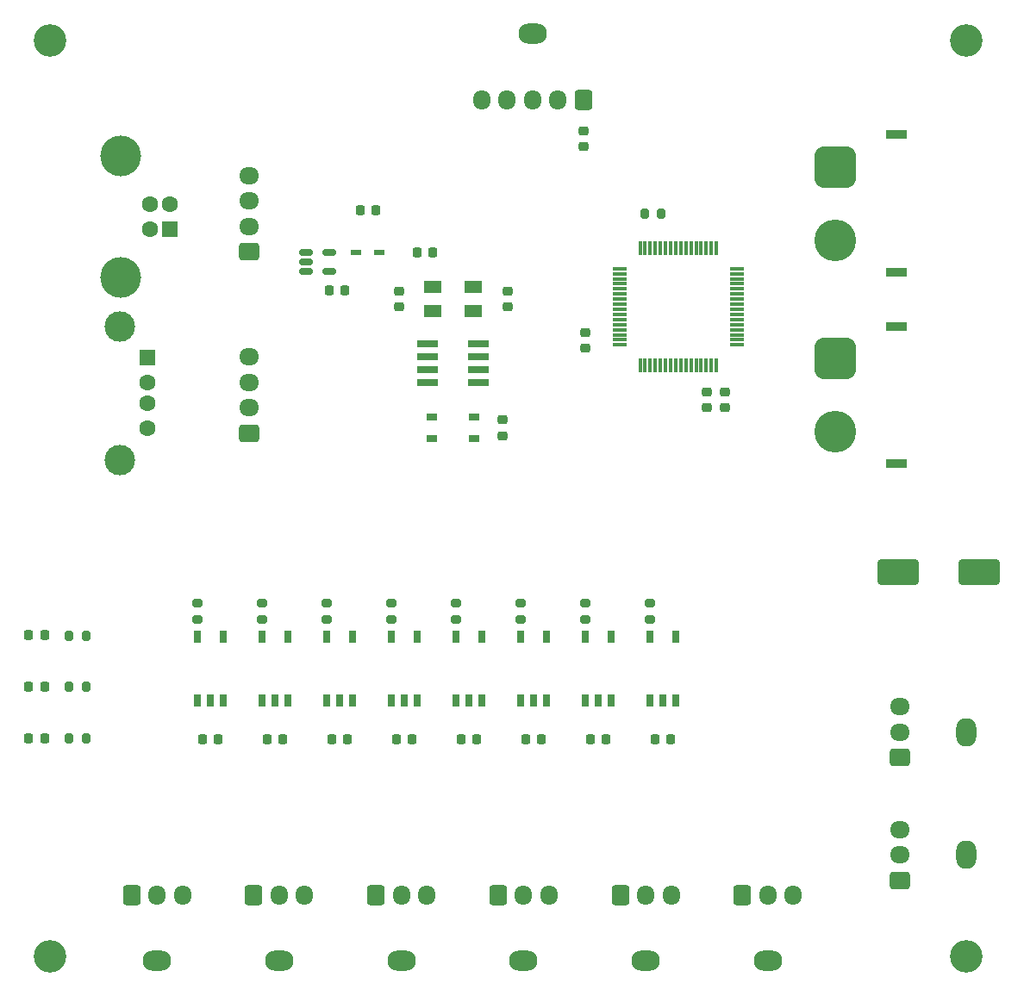
<source format=gts>
%TF.GenerationSoftware,KiCad,Pcbnew,7.0.7*%
%TF.CreationDate,2024-01-23T17:49:01+09:00*%
%TF.ProjectId,ALTAIR_SERVO_MODULE_V1,414c5441-4952-45f5-9345-52564f5f4d4f,rev?*%
%TF.SameCoordinates,Original*%
%TF.FileFunction,Soldermask,Top*%
%TF.FilePolarity,Negative*%
%FSLAX46Y46*%
G04 Gerber Fmt 4.6, Leading zero omitted, Abs format (unit mm)*
G04 Created by KiCad (PCBNEW 7.0.7) date 2024-01-23 17:49:01*
%MOMM*%
%LPD*%
G01*
G04 APERTURE LIST*
G04 Aperture macros list*
%AMRoundRect*
0 Rectangle with rounded corners*
0 $1 Rounding radius*
0 $2 $3 $4 $5 $6 $7 $8 $9 X,Y pos of 4 corners*
0 Add a 4 corners polygon primitive as box body*
4,1,4,$2,$3,$4,$5,$6,$7,$8,$9,$2,$3,0*
0 Add four circle primitives for the rounded corners*
1,1,$1+$1,$2,$3*
1,1,$1+$1,$4,$5*
1,1,$1+$1,$6,$7*
1,1,$1+$1,$8,$9*
0 Add four rect primitives between the rounded corners*
20,1,$1+$1,$2,$3,$4,$5,0*
20,1,$1+$1,$4,$5,$6,$7,0*
20,1,$1+$1,$6,$7,$8,$9,0*
20,1,$1+$1,$8,$9,$2,$3,0*%
G04 Aperture macros list end*
%ADD10RoundRect,0.225000X-0.225000X-0.250000X0.225000X-0.250000X0.225000X0.250000X-0.225000X0.250000X0*%
%ADD11R,1.085000X0.550000*%
%ADD12R,0.800000X1.200000*%
%ADD13RoundRect,0.225000X-0.250000X0.225000X-0.250000X-0.225000X0.250000X-0.225000X0.250000X0.225000X0*%
%ADD14RoundRect,0.218750X-0.218750X-0.256250X0.218750X-0.256250X0.218750X0.256250X-0.218750X0.256250X0*%
%ADD15R,1.800000X1.200000*%
%ADD16RoundRect,0.200000X-0.200000X-0.275000X0.200000X-0.275000X0.200000X0.275000X-0.200000X0.275000X0*%
%ADD17RoundRect,0.225000X0.250000X-0.225000X0.250000X0.225000X-0.250000X0.225000X-0.250000X-0.225000X0*%
%ADD18RoundRect,0.250000X1.750000X1.000000X-1.750000X1.000000X-1.750000X-1.000000X1.750000X-1.000000X0*%
%ADD19O,2.800000X2.000000*%
%ADD20RoundRect,0.250000X-0.600000X-0.725000X0.600000X-0.725000X0.600000X0.725000X-0.600000X0.725000X0*%
%ADD21O,1.700000X1.950000*%
%ADD22RoundRect,0.200000X0.275000X-0.200000X0.275000X0.200000X-0.275000X0.200000X-0.275000X-0.200000X0*%
%ADD23R,1.500000X1.600000*%
%ADD24C,1.600000*%
%ADD25C,3.000000*%
%ADD26RoundRect,0.250000X0.725000X-0.600000X0.725000X0.600000X-0.725000X0.600000X-0.725000X-0.600000X0*%
%ADD27O,1.950000X1.700000*%
%ADD28O,2.000000X2.800000*%
%ADD29C,3.200000*%
%ADD30R,2.000000X0.900000*%
%ADD31RoundRect,1.025000X-1.025000X1.025000X-1.025000X-1.025000X1.025000X-1.025000X1.025000X1.025000X0*%
%ADD32C,4.100000*%
%ADD33R,1.475000X0.300000*%
%ADD34R,0.300000X1.475000*%
%ADD35R,1.600000X1.600000*%
%ADD36C,4.000000*%
%ADD37RoundRect,0.150000X-0.512500X-0.150000X0.512500X-0.150000X0.512500X0.150000X-0.512500X0.150000X0*%
%ADD38RoundRect,0.250000X0.600000X0.725000X-0.600000X0.725000X-0.600000X-0.725000X0.600000X-0.725000X0*%
%ADD39R,1.050000X0.650000*%
%ADD40RoundRect,0.050800X0.985000X0.295000X-0.985000X0.295000X-0.985000X-0.295000X0.985000X-0.295000X0*%
G04 APERTURE END LIST*
D10*
%TO.C,C17*%
X156705000Y-118695000D03*
X158255000Y-118695000D03*
%TD*%
D11*
%TO.C,D1*%
X142304700Y-70876200D03*
X140024700Y-70876200D03*
%TD*%
D12*
%TO.C,IC8*%
X171450000Y-108585000D03*
X168910000Y-108585000D03*
X168910000Y-114885000D03*
X170180000Y-114885000D03*
X171450000Y-114885000D03*
%TD*%
D13*
%TO.C,C7*%
X176276000Y-84582000D03*
X176276000Y-86132000D03*
%TD*%
D14*
%TO.C,LED3*%
X107915500Y-118618000D03*
X109490500Y-118618000D03*
%TD*%
D15*
%TO.C,Q1*%
X151563000Y-74251000D03*
X147563000Y-74251000D03*
X147563000Y-76651000D03*
X151563000Y-76651000D03*
%TD*%
D10*
%TO.C,C12*%
X124955000Y-118695000D03*
X126505000Y-118695000D03*
%TD*%
%TO.C,C19*%
X169405000Y-118695000D03*
X170955000Y-118695000D03*
%TD*%
D16*
%TO.C,R1*%
X111888000Y-108518000D03*
X113538000Y-108518000D03*
%TD*%
D17*
%TO.C,C1*%
X154940000Y-76215000D03*
X154940000Y-74665000D03*
%TD*%
D14*
%TO.C,LED1*%
X107915500Y-108458000D03*
X109490500Y-108458000D03*
%TD*%
D18*
%TO.C,C9*%
X201295000Y-102235000D03*
X193295000Y-102235000D03*
%TD*%
D19*
%TO.C,J1*%
X120500000Y-140500000D03*
D20*
X118000000Y-134000000D03*
D21*
X120500000Y-134000000D03*
X123000000Y-134000000D03*
%TD*%
D22*
%TO.C,R8*%
X143510000Y-106934000D03*
X143510000Y-105284000D03*
%TD*%
D23*
%TO.C,J11*%
X119550000Y-81175000D03*
D24*
X119550000Y-83675000D03*
X119550000Y-85675000D03*
X119550000Y-88175000D03*
D25*
X116840000Y-78105000D03*
X116840000Y-91245000D03*
%TD*%
D10*
%TO.C,C16*%
X150355000Y-118695000D03*
X151905000Y-118695000D03*
%TD*%
D22*
%TO.C,R10*%
X156210000Y-106934000D03*
X156210000Y-105284000D03*
%TD*%
D16*
%TO.C,R4*%
X168402000Y-67056000D03*
X170052000Y-67056000D03*
%TD*%
D26*
%TO.C,J14*%
X129540000Y-70805000D03*
D27*
X129540000Y-68305000D03*
X129540000Y-65805000D03*
X129540000Y-63305000D03*
%TD*%
D10*
%TO.C,C15*%
X144005000Y-118695000D03*
X145555000Y-118695000D03*
%TD*%
D12*
%TO.C,IC3*%
X139700000Y-108585000D03*
X137160000Y-108585000D03*
X137160000Y-114885000D03*
X138430000Y-114885000D03*
X139700000Y-114885000D03*
%TD*%
D19*
%TO.C,J5*%
X168500000Y-140500000D03*
D20*
X166000000Y-134000000D03*
D21*
X168500000Y-134000000D03*
X171000000Y-134000000D03*
%TD*%
D28*
%TO.C,J8*%
X200000000Y-118000000D03*
D26*
X193500000Y-120500000D03*
D27*
X193500000Y-118000000D03*
X193500000Y-115500000D03*
%TD*%
D22*
%TO.C,R12*%
X168910000Y-106934000D03*
X168910000Y-105284000D03*
%TD*%
D29*
%TO.C,REF\u002A\u002A*%
X200000000Y-50000000D03*
%TD*%
D30*
%TO.C,J15*%
X193160000Y-78130000D03*
X193160000Y-91630000D03*
D31*
X187160000Y-81280000D03*
D32*
X187160000Y-88480000D03*
%TD*%
D12*
%TO.C,IC5*%
X152400000Y-108585000D03*
X149860000Y-108585000D03*
X149860000Y-114885000D03*
X151130000Y-114885000D03*
X152400000Y-114885000D03*
%TD*%
D13*
%TO.C,C4*%
X162400000Y-58928000D03*
X162400000Y-60478000D03*
%TD*%
D33*
%TO.C,U3*%
X165966000Y-72450000D03*
X165966000Y-72950000D03*
X165966000Y-73450000D03*
X165966000Y-73950000D03*
X165966000Y-74450000D03*
X165966000Y-74950000D03*
X165966000Y-75450000D03*
X165966000Y-75950000D03*
X165966000Y-76450000D03*
X165966000Y-76950000D03*
X165966000Y-77450000D03*
X165966000Y-77950000D03*
X165966000Y-78450000D03*
X165966000Y-78950000D03*
X165966000Y-79450000D03*
X165966000Y-79950000D03*
D34*
X167954000Y-81938000D03*
X168454000Y-81938000D03*
X168954000Y-81938000D03*
X169454000Y-81938000D03*
X169954000Y-81938000D03*
X170454000Y-81938000D03*
X170954000Y-81938000D03*
X171454000Y-81938000D03*
X171954000Y-81938000D03*
X172454000Y-81938000D03*
X172954000Y-81938000D03*
X173454000Y-81938000D03*
X173954000Y-81938000D03*
X174454000Y-81938000D03*
X174954000Y-81938000D03*
X175454000Y-81938000D03*
D33*
X177442000Y-79950000D03*
X177442000Y-79450000D03*
X177442000Y-78950000D03*
X177442000Y-78450000D03*
X177442000Y-77950000D03*
X177442000Y-77450000D03*
X177442000Y-76950000D03*
X177442000Y-76450000D03*
X177442000Y-75950000D03*
X177442000Y-75450000D03*
X177442000Y-74950000D03*
X177442000Y-74450000D03*
X177442000Y-73950000D03*
X177442000Y-73450000D03*
X177442000Y-72950000D03*
X177442000Y-72450000D03*
D34*
X175454000Y-70462000D03*
X174954000Y-70462000D03*
X174454000Y-70462000D03*
X173954000Y-70462000D03*
X173454000Y-70462000D03*
X172954000Y-70462000D03*
X172454000Y-70462000D03*
X171954000Y-70462000D03*
X171454000Y-70462000D03*
X170954000Y-70462000D03*
X170454000Y-70462000D03*
X169954000Y-70462000D03*
X169454000Y-70462000D03*
X168954000Y-70462000D03*
X168454000Y-70462000D03*
X167954000Y-70462000D03*
%TD*%
D10*
%TO.C,C5*%
X146024000Y-70866000D03*
X147574000Y-70866000D03*
%TD*%
D22*
%TO.C,R6*%
X130810000Y-106934000D03*
X130810000Y-105284000D03*
%TD*%
D35*
%TO.C,J12*%
X121787500Y-68595000D03*
D24*
X121787500Y-66095000D03*
X119787500Y-66095000D03*
X119787500Y-68595000D03*
D36*
X116927500Y-73345000D03*
X116927500Y-61345000D03*
%TD*%
D19*
%TO.C,J6*%
X180500000Y-140500000D03*
D20*
X178000000Y-134000000D03*
D21*
X180500000Y-134000000D03*
X183000000Y-134000000D03*
%TD*%
D30*
%TO.C,J9*%
X193160000Y-59290000D03*
X193160000Y-72790000D03*
D31*
X187160000Y-62440000D03*
D32*
X187160000Y-69640000D03*
%TD*%
D37*
%TO.C,U1*%
X135128000Y-70866000D03*
X135128000Y-71816000D03*
X135128000Y-72766000D03*
X137403000Y-72766000D03*
X137403000Y-70866000D03*
%TD*%
D12*
%TO.C,IC7*%
X165100000Y-108585000D03*
X162560000Y-108585000D03*
X162560000Y-114885000D03*
X163830000Y-114885000D03*
X165100000Y-114885000D03*
%TD*%
D14*
%TO.C,LED2*%
X107915500Y-113538000D03*
X109490500Y-113538000D03*
%TD*%
D19*
%TO.C,J10*%
X157400000Y-49380000D03*
D38*
X162400000Y-55880000D03*
D21*
X159900000Y-55880000D03*
X157400000Y-55880000D03*
X154900000Y-55880000D03*
X152400000Y-55880000D03*
%TD*%
D26*
%TO.C,J13*%
X129540000Y-88645000D03*
D27*
X129540000Y-86145000D03*
X129540000Y-83645000D03*
X129540000Y-81145000D03*
%TD*%
D29*
%TO.C,REF\u002A\u002A*%
X200000000Y-140000000D03*
%TD*%
D12*
%TO.C,IC1*%
X127000000Y-108585000D03*
X124460000Y-108585000D03*
X124460000Y-114885000D03*
X125730000Y-114885000D03*
X127000000Y-114885000D03*
%TD*%
D19*
%TO.C,J3*%
X144500000Y-140500000D03*
D20*
X142000000Y-134000000D03*
D21*
X144500000Y-134000000D03*
X147000000Y-134000000D03*
%TD*%
D12*
%TO.C,IC4*%
X146050000Y-108585000D03*
X143510000Y-108585000D03*
X143510000Y-114885000D03*
X144780000Y-114885000D03*
X146050000Y-114885000D03*
%TD*%
D16*
%TO.C,R3*%
X111888000Y-118618000D03*
X113538000Y-118618000D03*
%TD*%
D29*
%TO.C,REF\u002A\u002A*%
X110000000Y-50000000D03*
%TD*%
D10*
%TO.C,C18*%
X163055000Y-118695000D03*
X164605000Y-118695000D03*
%TD*%
D39*
%TO.C,S1*%
X147488000Y-87006000D03*
X151638000Y-87006000D03*
X147488000Y-89156000D03*
X151638000Y-89156000D03*
%TD*%
D22*
%TO.C,R5*%
X124460000Y-106934000D03*
X124460000Y-105284000D03*
%TD*%
%TO.C,R11*%
X162560000Y-106934000D03*
X162560000Y-105284000D03*
%TD*%
D40*
%TO.C,S2*%
X152038000Y-83636000D03*
X152038000Y-82366000D03*
X152038000Y-81096000D03*
X152038000Y-79826000D03*
X147088000Y-79826000D03*
X147088000Y-81096000D03*
X147088000Y-82366000D03*
X147088000Y-83636000D03*
%TD*%
D13*
%TO.C,C2*%
X144272000Y-74676000D03*
X144272000Y-76226000D03*
%TD*%
D19*
%TO.C,J4*%
X156500000Y-140500000D03*
D20*
X154000000Y-134000000D03*
D21*
X156500000Y-134000000D03*
X159000000Y-134000000D03*
%TD*%
D22*
%TO.C,R7*%
X137160000Y-106934000D03*
X137160000Y-105284000D03*
%TD*%
D12*
%TO.C,IC6*%
X158750000Y-108585000D03*
X156210000Y-108585000D03*
X156210000Y-114885000D03*
X157480000Y-114885000D03*
X158750000Y-114885000D03*
%TD*%
D10*
%TO.C,C10*%
X140436000Y-66675000D03*
X141986000Y-66675000D03*
%TD*%
%TO.C,C11*%
X137408500Y-74610000D03*
X138958500Y-74610000D03*
%TD*%
D22*
%TO.C,R9*%
X149860000Y-106934000D03*
X149860000Y-105284000D03*
%TD*%
D16*
%TO.C,R2*%
X111888000Y-113538000D03*
X113538000Y-113538000D03*
%TD*%
D19*
%TO.C,J2*%
X132500000Y-140500000D03*
D20*
X130000000Y-134000000D03*
D21*
X132500000Y-134000000D03*
X135000000Y-134000000D03*
%TD*%
D17*
%TO.C,C8*%
X154432000Y-88856000D03*
X154432000Y-87306000D03*
%TD*%
D29*
%TO.C,REF\u002A\u002A*%
X110000000Y-140000000D03*
%TD*%
D13*
%TO.C,C3*%
X174498000Y-84582000D03*
X174498000Y-86132000D03*
%TD*%
D10*
%TO.C,C13*%
X131305000Y-118695000D03*
X132855000Y-118695000D03*
%TD*%
D28*
%TO.C,J7*%
X200000000Y-130050000D03*
D26*
X193500000Y-132550000D03*
D27*
X193500000Y-130050000D03*
X193500000Y-127550000D03*
%TD*%
D10*
%TO.C,C14*%
X137655000Y-118695000D03*
X139205000Y-118695000D03*
%TD*%
D12*
%TO.C,IC2*%
X133350000Y-108610000D03*
X130810000Y-108610000D03*
X130810000Y-114910000D03*
X132080000Y-114910000D03*
X133350000Y-114910000D03*
%TD*%
D17*
%TO.C,C6*%
X162560000Y-80264000D03*
X162560000Y-78714000D03*
%TD*%
M02*

</source>
